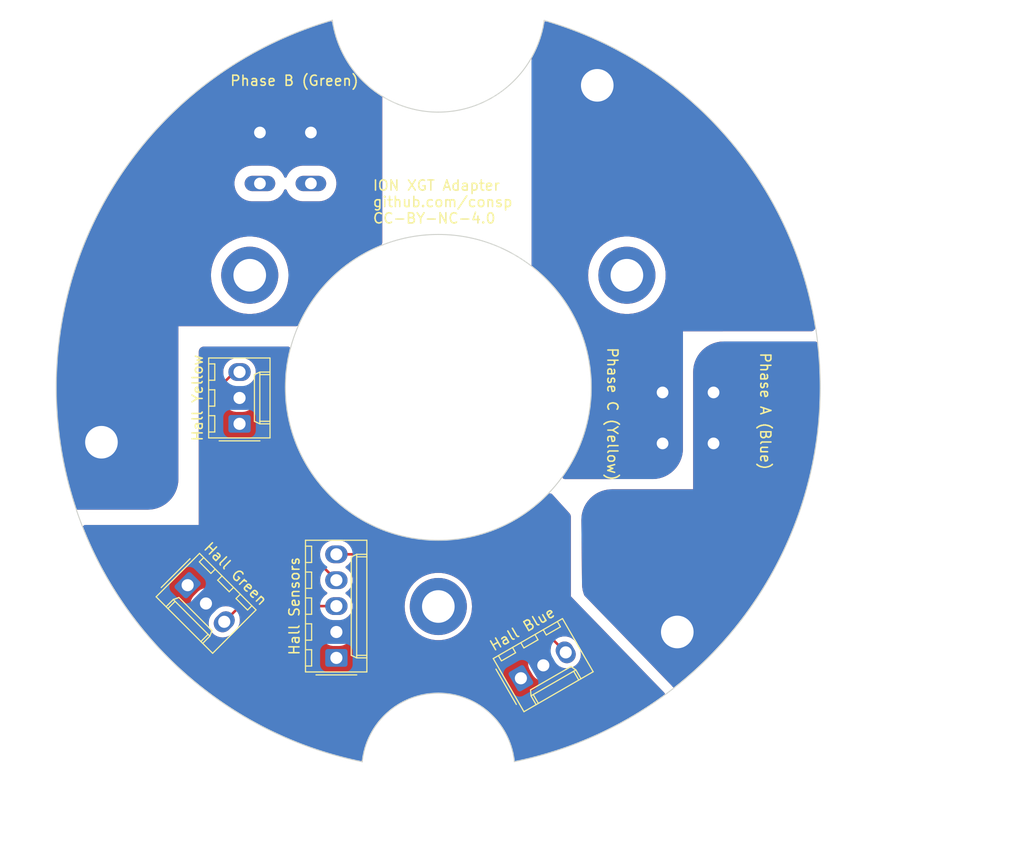
<source format=kicad_pcb>
(kicad_pcb (version 20221018) (generator pcbnew)
  (layers (0 "F.Cu" signal) (31 "B.Cu" signal) (34 "B.Paste" user) (35 "F.Paste" user) (36 "B.SilkS" user "B.Silkscreen") (37 "F.SilkS" user "F.Silkscreen") (38 "B.Mask" user) (39 "F.Mask" user) (44 "Edge.Cuts" user))
  (net 0 "")
  (net 1 "/Y")
  (net 2 "/B")
  (net 3 "/G")
  (net 4 "+5V")
  (net 5 "GND")
  (net 6 "Net-(HALL1-Pin_3)")
  (net 7 "Net-(HALL1-Pin_4)")
  (net 8 "Net-(HALL1-Pin_5)")
  (footprint "Connector_Molex:Molex_KK-254_AE-6410-03A_1x03_P2.54mm_Vertical" (layer "F.Cu") (at 75.407898 119.407898 -45)
    (fp_text reference "Hall Green" (at 2.54 -4.12 135) (layer "F.SilkS"))
    (fp_text value "Conn_01x03")
    (fp_line (start -1.67 -2) (end -1.67 2) (stroke (width 0.12)) (layer "F.SilkS"))
    (fp_line (start -1.38 -3.03) (end -1.38 2.99) (stroke (width 0.12)) (layer "F.SilkS"))
    (fp_line (start -1.38 2.99) (end 6.46 2.99) (stroke (width 0.12)) (layer "F.SilkS"))
    (fp_line (start -0.8 -3.03) (end -0.8 -2.43) (stroke (width 0.12)) (layer "F.SilkS"))
    (fp_line (start -0.8 -2.43) (end 0.8 -2.43) (stroke (width 0.12)) (layer "F.SilkS"))
    (fp_line (start 0 1.99) (end 0.25 1.46) (stroke (width 0.12)) (layer "F.SilkS"))
    (fp_line (start 0 1.99) (end 5.08 1.99) (stroke (width 0.12)) (layer "F.SilkS"))
    (fp_line (start 0 2.99) (end 0 1.99) (stroke (width 0.12)) (layer "F.SilkS"))
    (fp_line (start 0.25 1.46) (end 4.83 1.46) (stroke (width 0.12)) (layer "F.SilkS"))
    (fp_line (start 0.25 2.99) (end 0.25 1.99) (stroke (width 0.12)) (layer "F.SilkS"))
    (fp_line (start 0.8 -2.43) (end 0.8 -3.03) (stroke (width 0.12)) (layer "F.SilkS"))
    (fp_line (start 1.74 -3.03) (end 1.74 -2.43) (stroke (width 0.12)) (layer "F.SilkS"))
    (fp_line (start 1.74 -2.43) (end 3.34 -2.43) (stroke (width 0.12)) (layer "F.SilkS"))
    (fp_line (start 3.34 -2.43) (end 3.34 -3.03) (stroke (width 0.12)) (layer "F.SilkS"))
    (fp_line (start 4.28 -3.03) (end 4.28 -2.43) (stroke (width 0.12)) (layer "F.SilkS"))
    (fp_line (start 4.28 -2.43) (end 5.88 -2.43) (stroke (width 0.12)) (layer "F.SilkS"))
    (fp_line (start 4.83 1.46) (end 5.08 1.99) (stroke (width 0.12)) (layer "F.SilkS"))
    (fp_line (start 4.83 2.99) (end 4.83 1.99) (stroke (width 0.12)) (layer "F.SilkS"))
    (fp_line (start 5.08 1.99) (end 5.08 2.99) (stroke (width 0.12)) (layer "F.SilkS"))
    (fp_line (start 5.88 -2.43) (end 5.88 -3.03) (stroke (width 0.12)) (layer "F.SilkS"))
    (fp_line (start 6.46 -3.03) (end -1.38 -3.03) (stroke (width 0.12)) (layer "F.SilkS"))
    (fp_line (start 6.46 2.99) (end 6.46 -3.03) (stroke (width 0.12)) (layer "F.SilkS"))
    (pad "1" thru_hole roundrect (at 0 0 315) (size 1.74 2.19) (drill 1.19) (layers "*.Cu" "*.Mask") (roundrect_rratio 0.1436781609) (net 4 "+5V"))
    (pad "2" thru_hole oval (at 2.54 0 315) (size 1.74 2.19) (drill 1.19) (layers "*.Cu" "*.Mask") (net 5 "GND"))
    (pad "3" thru_hole oval (at 5.08 0 315) (size 1.74 2.19) (drill 1.19) (layers "*.Cu" "*.Mask") (net 6 "Net-(HALL1-Pin_3)"))
  )
  (footprint "MountingHole:MountingHole_3.2mm_M3_DIN965_Pad_TopBottom" (layer "F.Cu") (at 81.5 89)
    (fp_text reference "H4" hide)
    (fp_text value "MountingHole")
    (pad "1" thru_hole circle (at 0 0) (size 3.6 3.6) (drill 3.2) (layers "*.Cu" "*.Mask"))
    (pad "1" connect circle (at 0 0) (size 5.6 5.6) (layers "F.Cu" "F.Mask"))
    (pad "1" connect circle (at 0 0) (size 5.6 5.6) (layers "B.Cu" "B.Mask"))
  )
  (footprint "MountingHole:MountingHole_3.2mm_M3_DIN965_Pad" (layer "F.Cu") (at 66.952569 105.383481)
    (fp_text reference "H3" hide)
    (fp_text value "MountingHole_Pad")
    (pad "1" thru_hole circle (at 0 0) (size 5.6 5.6) (drill 3.2) (layers "*.Cu" "*.Mask") (net 3 "/G"))
  )
  (footprint "Connector_Molex:Molex_KK-254_AE-6410-03A_1x03_P2.54mm_Vertical" (layer "F.Cu") (at 80.5 103.58 90)
    (fp_text reference "Hall Yellow" (at 2.54 -4.12 90) (layer "F.SilkS"))
    (fp_text value "Conn_01x03")
    (fp_line (start -1.67 -2) (end -1.67 2) (stroke (width 0.12)) (layer "F.SilkS"))
    (fp_line (start -1.38 -3.03) (end -1.38 2.99) (stroke (width 0.12)) (layer "F.SilkS"))
    (fp_line (start -1.38 2.99) (end 6.46 2.99) (stroke (width 0.12)) (layer "F.SilkS"))
    (fp_line (start -0.8 -3.03) (end -0.8 -2.43) (stroke (width 0.12)) (layer "F.SilkS"))
    (fp_line (start -0.8 -2.43) (end 0.8 -2.43) (stroke (width 0.12)) (layer "F.SilkS"))
    (fp_line (start 0 1.99) (end 0.25 1.46) (stroke (width 0.12)) (layer "F.SilkS"))
    (fp_line (start 0 1.99) (end 5.08 1.99) (stroke (width 0.12)) (layer "F.SilkS"))
    (fp_line (start 0 2.99) (end 0 1.99) (stroke (width 0.12)) (layer "F.SilkS"))
    (fp_line (start 0.25 1.46) (end 4.83 1.46) (stroke (width 0.12)) (layer "F.SilkS"))
    (fp_line (start 0.25 2.99) (end 0.25 1.99) (stroke (width 0.12)) (layer "F.SilkS"))
    (fp_line (start 0.8 -2.43) (end 0.8 -3.03) (stroke (width 0.12)) (layer "F.SilkS"))
    (fp_line (start 1.74 -3.03) (end 1.74 -2.43) (stroke (width 0.12)) (layer "F.SilkS"))
    (fp_line (start 1.74 -2.43) (end 3.34 -2.43) (stroke (width 0.12)) (layer "F.SilkS"))
    (fp_line (start 3.34 -2.43) (end 3.34 -3.03) (stroke (width 0.12)) (layer "F.SilkS"))
    (fp_line (start 4.28 -3.03) (end 4.28 -2.43) (stroke (width 0.12)) (layer "F.SilkS"))
    (fp_line (start 4.28 -2.43) (end 5.88 -2.43) (stroke (width 0.12)) (layer "F.SilkS"))
    (fp_line (start 4.83 1.46) (end 5.08 1.99) (stroke (width 0.12)) (layer "F.SilkS"))
    (fp_line (start 4.83 2.99) (end 4.83 1.99) (stroke (width 0.12)) (layer "F.SilkS"))
    (fp_line (start 5.08 1.99) (end 5.08 2.99) (stroke (width 0.12)) (layer "F.SilkS"))
    (fp_line (start 5.88 -2.43) (end 5.88 -3.03) (stroke (width 0.12)) (layer "F.SilkS"))
    (fp_line (start 6.46 -3.03) (end -1.38 -3.03) (stroke (width 0.12)) (layer "F.SilkS"))
    (fp_line (start 6.46 2.99) (end 6.46 -3.03) (stroke (width 0.12)) (layer "F.SilkS"))
    (pad "1" thru_hole roundrect (at 0 0 90) (size 1.74 2.19) (drill 1.19) (layers "*.Cu" "*.Mask") (roundrect_rratio 0.1436781609) (net 4 "+5V"))
    (pad "2" thru_hole oval (at 2.54 0 90) (size 1.74 2.19) (drill 1.19) (layers "*.Cu" "*.Mask") (net 5 "GND"))
    (pad "3" thru_hole oval (at 5.08 0 90) (size 1.74 2.19) (drill 1.19) (layers "*.Cu" "*.Mask") (net 7 "Net-(HALL1-Pin_4)"))
  )
  (footprint "TerminalBlock_WAGO:TerminalBlock_WAGO_236-402_1x02_P5.00mm_45Degree" (layer "F.Cu") (at 122 100.5)
    (fp_text reference "PhYB1" hide)
    (fp_text value "Conn_01x02")
    (pad "1" thru_hole rect (at 0 0) (size 1.5 3) (drill 1.15) (layers "*.Cu" "*.Mask") (net 1 "/Y"))
    (pad "1" thru_hole rect (at 0 5) (size 1.5 3) (drill 1.15) (layers "*.Cu" "*.Mask") (net 1 "/Y"))
    (pad "2" thru_hole oval (at 5 0) (size 1.5 3) (drill 1.15) (layers "*.Cu" "*.Mask") (net 2 "/B"))
    (pad "2" thru_hole oval (at 5 5) (size 1.5 3) (drill 1.15) (layers "*.Cu" "*.Mask") (net 2 "/B"))
  )
  (footprint "Connector_Molex:Molex_KK-254_AE-6410-05A_1x05_P2.54mm_Vertical" (layer "F.Cu") (at 90 126.54 90)
    (fp_text reference "Hall Sensors" (at 5.08 -4.12 90) (layer "F.SilkS"))
    (fp_text value "Conn_01x05")
    (fp_line (start -1.67 -2) (end -1.67 2) (stroke (width 0.12)) (layer "F.SilkS"))
    (fp_line (start -1.38 -3.03) (end -1.38 2.99) (stroke (width 0.12)) (layer "F.SilkS"))
    (fp_line (start -1.38 2.99) (end 11.54 2.99) (stroke (width 0.12)) (layer "F.SilkS"))
    (fp_line (start -0.8 -3.03) (end -0.8 -2.43) (stroke (width 0.12)) (layer "F.SilkS"))
    (fp_line (start -0.8 -2.43) (end 0.8 -2.43) (stroke (width 0.12)) (layer "F.SilkS"))
    (fp_line (start 0 1.99) (end 0.25 1.46) (stroke (width 0.12)) (layer "F.SilkS"))
    (fp_line (start 0 1.99) (end 10.16 1.99) (stroke (width 0.12)) (layer "F.SilkS"))
    (fp_line (start 0 2.99) (end 0 1.99) (stroke (width 0.12)) (layer "F.SilkS"))
    (fp_line (start 0.25 1.46) (end 9.91 1.46) (stroke (width 0.12)) (layer "F.SilkS"))
    (fp_line (start 0.25 2.99) (end 0.25 1.99) (stroke (width 0.12)) (layer "F.SilkS"))
    (fp_line (start 0.8 -2.43) (end 0.8 -3.03) (stroke (width 0.12)) (layer "F.SilkS"))
    (fp_line (start 1.74 -3.03) (end 1.74 -2.43) (stroke (width 0.12)) (layer "F.SilkS"))
    (fp_line (start 1.74 -2.43) (end 3.34 -2.43) (stroke (width 0.12)) (layer "F.SilkS"))
    (fp_line (start 3.34 -2.43) (end 3.34 -3.03) (stroke (width 0.12)) (layer "F.SilkS"))
    (fp_line (start 4.28 -3.03) (end 4.28 -2.43) (stroke (width 0.12)) (layer "F.SilkS"))
    (fp_line (start 4.28 -2.43) (end 5.88 -2.43) (stroke (width 0.12)) (layer "F.SilkS"))
    (fp_line (start 5.88 -2.43) (end 5.88 -3.03) (stroke (width 0.12)) (layer "F.SilkS"))
    (fp_line (start 6.82 -3.03) (end 6.82 -2.43) (stroke (width 0.12)) (layer "F.SilkS"))
    (fp_line (start 6.82 -2.43) (end 8.42 -2.43) (stroke (width 0.12)) (layer "F.SilkS"))
    (fp_line (start 8.42 -2.43) (end 8.42 -3.03) (stroke (width 0.12)) (layer "F.SilkS"))
    (fp_line (start 9.36 -3.03) (end 9.36 -2.43) (stroke (width 0.12)) (layer "F.SilkS"))
    (fp_line (start 9.36 -2.43) (end 10.96 -2.43) (stroke (width 0.12)) (layer "F.SilkS"))
    (fp_line (start 9.91 1.46) (end 10.16 1.99) (stroke (width 0.12)) (layer "F.SilkS"))
    (fp_line (start 9.91 2.99) (end 9.91 1.99) (stroke (width 0.12)) (layer "F.SilkS"))
    (fp_line (start 10.16 1.99) (end 10.16 2.99) (stroke (width 0.12)) (layer "F.SilkS"))
    (fp_line (start 10.96 -2.43) (end 10.96 -3.03) (stroke (width 0.12)) (layer "F.SilkS"))
    (fp_line (start 11.54 -3.03) (end -1.38 -3.03) (stroke (width 0.12)) (layer "F.SilkS"))
    (fp_line (start 11.54 2.99) (end 11.54 -3.03) (stroke (width 0.12)) (layer "F.SilkS"))
    (pad "1" thru_hole roundrect (at 0 0 90) (size 1.74 2.19) (drill 1.19) (layers "*.Cu" "*.Mask") (roundrect_rratio 0.1436781609) (net 4 "+5V"))
    (pad "2" thru_hole oval (at 2.54 0 90) (size 1.74 2.19) (drill 1.19) (layers "*.Cu" "*.Mask") (net 5 "GND"))
    (pad "3" thru_hole oval (at 5.08 0 90) (size 1.74 2.19) (drill 1.19) (layers "*.Cu" "*.Mask") (net 6 "Net-(HALL1-Pin_3)"))
    (pad "4" thru_hole oval (at 7.62 0 90) (size 1.74 2.19) (drill 1.19) (layers "*.Cu" "*.Mask") (net 7 "Net-(HALL1-Pin_4)"))
    (pad "5" thru_hole oval (at 10.16 0 90) (size 1.74 2.19) (drill 1.19) (layers "*.Cu" "*.Mask") (net 8 "Net-(HALL1-Pin_5)"))
  )
  (footprint "MountingHole:MountingHole_3.2mm_M3_DIN965_Pad" (layer "F.Cu") (at 123.443279 123.999615)
    (fp_text reference "H2" hide)
    (fp_text value "MountingHole_Pad")
    (pad "1" thru_hole circle (at 0 0) (size 5.6 5.6) (drill 3.2) (layers "*.Cu" "*.Mask") (net 2 "/B"))
  )
  (footprint "Connector_Molex:Molex_KK-254_AE-6410-03A_1x03_P2.54mm_Vertical" (layer "F.Cu") (at 108.100591 128.54 30)
    (fp_text reference "Hall Blue" (at 2.540001 -4.12 30) (layer "F.SilkS"))
    (fp_text value "Conn_01x03")
    (fp_line (start -1.67 -2) (end -1.67 2) (stroke (width 0.12)) (layer "F.SilkS"))
    (fp_line (start -1.38 -3.03) (end -1.38 2.99) (stroke (width 0.12)) (layer "F.SilkS"))
    (fp_line (start -1.38 2.99) (end 6.46 2.99) (stroke (width 0.12)) (layer "F.SilkS"))
    (fp_line (start -0.8 -3.03) (end -0.8 -2.43) (stroke (width 0.12)) (layer "F.SilkS"))
    (fp_line (start -0.8 -2.43) (end 0.8 -2.43) (stroke (width 0.12)) (layer "F.SilkS"))
    (fp_line (start 0 1.99) (end 0.25 1.46) (stroke (width 0.12)) (layer "F.SilkS"))
    (fp_line (start 0 1.99) (end 5.08 1.99) (stroke (width 0.12)) (layer "F.SilkS"))
    (fp_line (start 0 2.99) (end 0 1.99) (stroke (width 0.12)) (layer "F.SilkS"))
    (fp_line (start 0.25 1.46) (end 4.83 1.46) (stroke (width 0.12)) (layer "F.SilkS"))
    (fp_line (start 0.25 2.99) (end 0.25 1.99) (stroke (width 0.12)) (layer "F.SilkS"))
    (fp_line (start 0.8 -2.43) (end 0.8 -3.03) (stroke (width 0.12)) (layer "F.SilkS"))
    (fp_line (start 1.74 -3.03) (end 1.74 -2.43) (stroke (width 0.12)) (layer "F.SilkS"))
    (fp_line (start 1.74 -2.43) (end 3.34 -2.43) (stroke (width 0.12)) (layer "F.SilkS"))
    (fp_line (start 3.34 -2.43) (end 3.34 -3.03) (stroke (width 0.12)) (layer "F.SilkS"))
    (fp_line (start 4.28 -3.03) (end 4.28 -2.43) (stroke (width 0.12)) (layer "F.SilkS"))
    (fp_line (start 4.28 -2.43) (end 5.88 -2.43) (stroke (width 0.12)) (layer "F.SilkS"))
    (fp_line (start 4.83 1.46) (end 5.08 1.99) (stroke (width 0.12)) (layer "F.SilkS"))
    (fp_line (start 4.83 2.99) (end 4.83 1.99) (stroke (width 0.12)) (layer "F.SilkS"))
    (fp_line (start 5.08 1.99) (end 5.08 2.99) (stroke (width 0.12)) (layer "F.SilkS"))
    (fp_line (start 5.88 -2.43) (end 5.88 -3.03) (stroke (width 0.12)) (layer "F.SilkS"))
    (fp_line (start 6.46 -3.03) (end -1.38 -3.03) (stroke (width 0.12)) (layer "F.SilkS"))
    (fp_line (start 6.46 2.99) (end 6.46 -3.03) (stroke (width 0.12)) (layer "F.SilkS"))
    (pad "1" thru_hole roundrect (at 0 0 30) (size 1.74 2.19) (drill 1.19) (layers "*.Cu" "*.Mask") (roundrect_rratio 0.1436781609) (net 4 "+5V"))
    (pad "2" thru_hole oval (at 2.54 0 30) (size 1.74 2.19) (drill 1.19) (layers "*.Cu" "*.Mask") (net 5 "GND"))
    (pad "3" thru_hole oval (at 5.08 0 30) (size 1.74 2.19) (drill 1.19) (layers "*.Cu" "*.Mask") (net 8 "Net-(HALL1-Pin_5)"))
  )
  (footprint "MountingHole:MountingHole_3.2mm_M3_DIN965_Pad_TopBottom" (layer "F.Cu") (at 100 121.5)
    (fp_text reference "H6" hide)
    (fp_text value "MountingHole")
    (pad "1" thru_hole circle (at 0 0) (size 3.6 3.6) (drill 3.2) (layers "*.Cu" "*.Mask"))
    (pad "1" connect circle (at 0 0) (size 5.6 5.6) (layers "F.Cu" "F.Mask"))
    (pad "1" connect circle (at 0 0) (size 5.6 5.6) (layers "B.Cu" "B.Mask"))
  )
  (footprint "MountingHole:MountingHole_3.2mm_M3_DIN965_Pad_TopBottom" (layer "F.Cu") (at 118.5 89)
    (fp_text reference "H5" hide)
    (fp_text value "MountingHole")
    (pad "1" thru_hole circle (at 0 0) (size 3.6 3.6) (drill 3.2) (layers "*.Cu" "*.Mask"))
    (pad "1" connect circle (at 0 0) (size 5.6 5.6) (layers "F.Cu" "F.Mask"))
    (pad "1" connect circle (at 0 0) (size 5.6 5.6) (layers "B.Cu" "B.Mask"))
  )
  (footprint "TerminalBlock_WAGO:TerminalBlock_WAGO_236-402_1x02_P5.00mm_45Degree" (layer "F.Cu") (at 87.5 75 -90)
    (fp_text reference "PhG1" hide)
    (fp_text value "Conn_01x02")
    (pad "1" thru_hole rect (at 0 0 270) (size 1.5 3) (drill 1.15) (layers "*.Cu" "*.Mask") (net 3 "/G"))
    (pad "1" thru_hole rect (at 0 5 270) (size 1.5 3) (drill 1.15) (layers "*.Cu" "*.Mask") (net 3 "/G"))
    (pad "2" thru_hole oval (at 5 0 270) (size 1.5 3) (drill 1.15) (layers "*.Cu" "*.Mask"))
    (pad "2" thru_hole oval (at 5 5 270) (size 1.5 3) (drill 1.15) (layers "*.Cu" "*.Mask"))
  )
  (footprint "MountingHole:MountingHole_3.2mm_M3_DIN965_Pad" (layer "F.Cu") (at 115.592514 70.370153)
    (fp_text reference "H1" hide)
    (fp_text value "MountingHole_Pad")
    (pad "1" thru_hole circle (at 0 0) (size 5.6 5.6) (drill 3.2) (layers "*.Cu" "*.Mask") (net 1 "/Y"))
  )
  (gr_arc (start 92.539088 136.735278) (mid 94.974336 131.93289) (end 100 130) (stroke (width 0.1)) (layer "Edge.Cuts"))
  (gr_arc (start 100 73.000028) (mid 93.120288 70.432222) (end 89.605474 63.98473) (stroke (width 0.1)) (layer "Edge.Cuts"))
  (gr_arc (start 110.390846 63.997481) (mid 137.441601 101.509158) (end 107.45954 136.722014) (stroke (width 0.1)) (layer "Edge.Cuts"))
  (gr_arc (start 110.390845 63.997481) (mid 106.873546 70.435142) (end 100 72.998196) (stroke (width 0.1)) (layer "Edge.Cuts"))
  (gr_arc (start 100 130) (mid 105.020713 131.928425) (end 107.45954 136.722015) (stroke (width 0.1)) (layer "Edge.Cuts"))
  (gr_circle (center 100 100) (end 115 100) (stroke (width 0.1)) (fill none) (layer "Edge.Cuts"))
  (gr_arc (start 92.539088 136.735278) (mid 62.545164 101.51034) (end 89.605474 63.98473) (stroke (width 0.1)) (layer "Edge.Cuts"))
  (gr_text "ION XGT Adapter\ngithub.com/consp\nCC-BY-NC-4.0" (at 93.5 84) (layer "F.SilkS") (effects (font (size 1 1)) (justify left bottom)))
  (gr_text "Phase A (Blue)" (at 131.5 96.5 270) (layer "F.SilkS") (effects (font (size 1 1)) (justify left bottom)))
  (gr_text "Phase B (Green)" (at 79.5 70.5) (layer "F.SilkS") (effects (font (size 1 1)) (justify left bottom)))
  (gr_text "Phase C (Yellow)" (at 116.5 96 -90) (layer "F.SilkS") (effects (font (size 1 1)) (justify left bottom)))
  (segment (start 90 121.46) (end 80.54 121.46) (width 0.25) (layer "F.Cu") (net 6))
  (segment (start 80.54 121.46) (end 79 123) (width 0.25) (layer "F.Cu") (net 6))
  (segment (start 90 118.92) (end 78 106.92) (width 0.25) (layer "F.Cu") (net 7))
  (segment (start 78 100.5) (end 80 98.5) (width 0.25) (layer "F.Cu") (net 7))
  (segment (start 78 106.92) (end 78 100.5) (width 0.25) (layer "F.Cu") (net 7))
  (segment (start 80 98.5) (end 80.5 98.5) (width 0.25) (layer "F.Cu") (net 7))
  (segment (start 90 116.38) (end 102.88 116.38) (width 0.25) (layer "F.Cu") (net 8))
  (segment (start 102.88 116.38) (end 112.5 126) (width 0.25) (layer "F.Cu") (net 8))
  (zone (net 4) (net_name "+5V") (layer "F.Cu") (priority 4) (connect_pads yes (clearance 0.5)) (min_thickness 0.25) (fill yes (thermal_gap 0.5) (thermal_bridge_width 0.5) (smoothing fillet) (radius 0.5))
    (polygon (pts (xy 76.5 113.5) (xy 76.5 96) (xy 98 96) (xy 113 112.5) (xy 113 120.5) (xy 129 137) (xy 94 144.5) (xy 57 126.5) (xy 63 113.5)))
  )
  (zone (net 1) (net_name "/Y") (layers "F&B.Cu") (priority 1) (connect_pads yes (clearance 1)) (min_thickness 0.25) (fill yes (thermal_gap 0.5) (thermal_bridge_width 0.5) (smoothing fillet) (radius 3))
    (polygon (pts (xy 124 94.5) (xy 124 109) (xy 109 109) (xy 109.151951 99.563281) (xy 109.139068 62.276643) (xy 140.5 62) (xy 139.5 94.5) (xy 138 94.5)))
  )
  (zone (net 3) (net_name "/G") (layers "F&B.Cu") (connect_pads yes (clearance 1)) (min_thickness 0.25) (fill yes (thermal_gap 0.5) (thermal_bridge_width 0.5) (smoothing fillet) (radius 3))
    (polygon (pts (xy 63 112) (xy 61 102.5) (xy 64 64.5) (xy 94.5 62.5) (xy 94.5 91) (xy 94.5 94) (xy 74.5 94) (xy 74.5 112)))
  )
  (zone (net 2) (net_name "/B") (layers "F&B.Cu") (priority 2) (connect_pads yes (clearance 1)) (min_thickness 0.25) (fill yes (thermal_gap 0.5) (thermal_bridge_width 0.5) (smoothing fillet) (radius 3))
    (polygon (pts (xy 125 95.5) (xy 125 110) (xy 114 110) (xy 114.110972 120.501575) (xy 126.996684 133.743247) (xy 157.466767 94.445383) (xy 139 95.5)))
  )
  (zone (net 5) (net_name "GND") (layer "B.Cu") (priority 3) (connect_pads yes (clearance 0.5)) (min_thickness 0.25) (fill yes (thermal_gap 0.5) (thermal_bridge_width 0.5) (smoothing fillet) (radius 0.5))
    (polygon (pts (xy 63 113.5) (xy 76.5 113.5) (xy 76.5 96) (xy 98 96) (xy 113 112.5) (xy 113 120.5) (xy 129 137) (xy 94 144.5) (xy 57 126.5)))
  )
)
</source>
